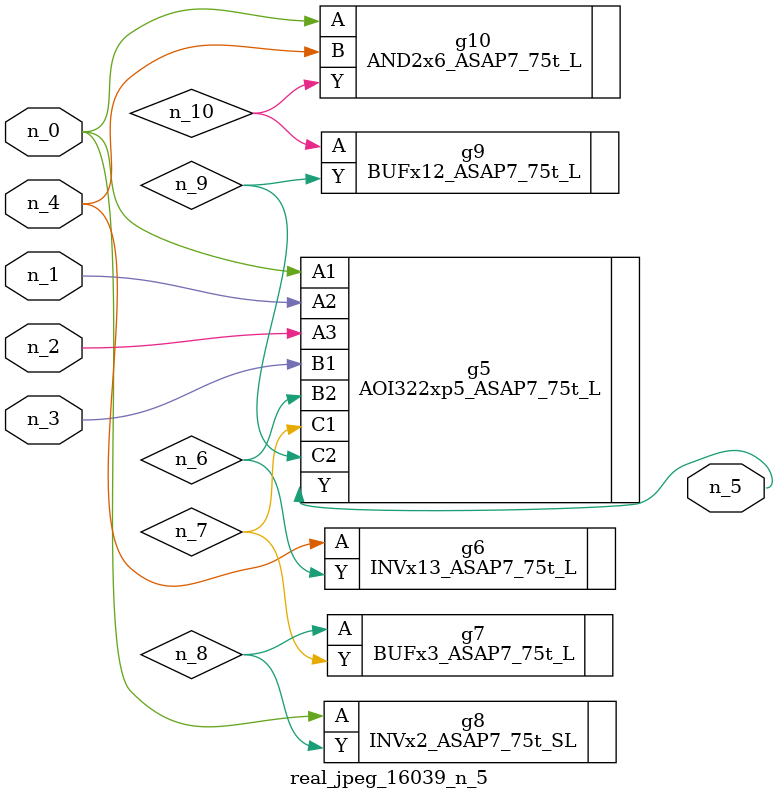
<source format=v>
module real_jpeg_16039_n_5 (n_4, n_0, n_1, n_2, n_3, n_5);

input n_4;
input n_0;
input n_1;
input n_2;
input n_3;

output n_5;

wire n_8;
wire n_6;
wire n_7;
wire n_10;
wire n_9;

AOI322xp5_ASAP7_75t_L g5 ( 
.A1(n_0),
.A2(n_1),
.A3(n_2),
.B1(n_3),
.B2(n_6),
.C1(n_7),
.C2(n_9),
.Y(n_5)
);

INVx2_ASAP7_75t_SL g8 ( 
.A(n_0),
.Y(n_8)
);

AND2x6_ASAP7_75t_L g10 ( 
.A(n_0),
.B(n_4),
.Y(n_10)
);

INVx13_ASAP7_75t_L g6 ( 
.A(n_4),
.Y(n_6)
);

BUFx3_ASAP7_75t_L g7 ( 
.A(n_8),
.Y(n_7)
);

BUFx12_ASAP7_75t_L g9 ( 
.A(n_10),
.Y(n_9)
);


endmodule
</source>
